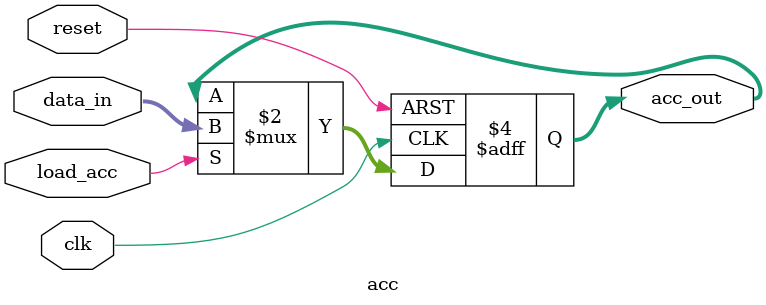
<source format=v>
module acc (
    input wire clk,
    input wire reset,
    input wire load_acc,
    input wire [7:0] data_in,
    output reg [7:0] acc_out
);

    always @(posedge clk or posedge reset) begin
        if (reset) begin
            acc_out <= 8'b0;
        end 
    else if (load_acc) begin
            acc_out <= data_in;
        end
    end

endmodule

</source>
